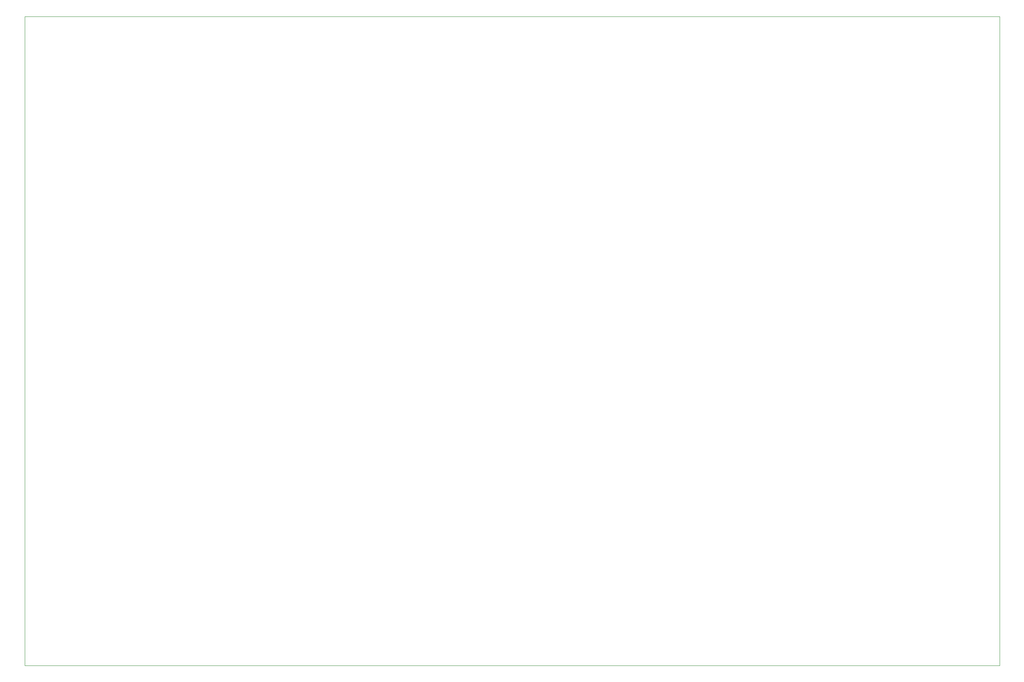
<source format=gm1>
%FSTAX23Y23*%
%MOIN*%
%SFA1B1*%

%IPPOS*%
%ADD118C,0.003940*%
%LNpcb1-1*%
%LPD*%
G54D118*
X0Y0D02*
Y05511D01*
D01*
X08267D01*
Y0D02*
Y05511D01*
Y0D02*
D01*
X0D02*
X08267D01*
M02*
</source>
